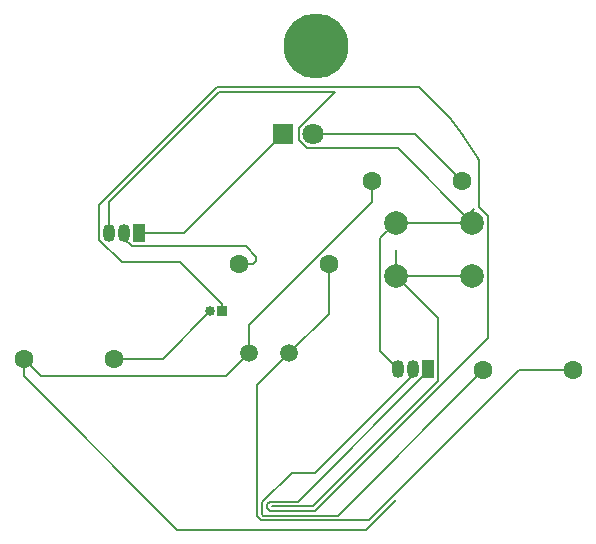
<source format=gbr>
%TF.GenerationSoftware,KiCad,Pcbnew,9.0.2*%
%TF.CreationDate,2025-06-02T01:08:01+08:00*%
%TF.ProjectId,niigo,6e696967-6f2e-46b6-9963-61645f706362,rev?*%
%TF.SameCoordinates,Original*%
%TF.FileFunction,Copper,L1,Top*%
%TF.FilePolarity,Positive*%
%FSLAX46Y46*%
G04 Gerber Fmt 4.6, Leading zero omitted, Abs format (unit mm)*
G04 Created by KiCad (PCBNEW 9.0.2) date 2025-06-02 01:08:01*
%MOMM*%
%LPD*%
G01*
G04 APERTURE LIST*
%TA.AperFunction,ComponentPad*%
%ADD10C,1.600000*%
%TD*%
%TA.AperFunction,ComponentPad*%
%ADD11R,1.050000X1.500000*%
%TD*%
%TA.AperFunction,ComponentPad*%
%ADD12O,1.050000X1.500000*%
%TD*%
%TA.AperFunction,ComponentPad*%
%ADD13C,2.000000*%
%TD*%
%TA.AperFunction,ComponentPad*%
%ADD14C,1.500000*%
%TD*%
%TA.AperFunction,ComponentPad*%
%ADD15R,0.850000X0.850000*%
%TD*%
%TA.AperFunction,ComponentPad*%
%ADD16C,0.850000*%
%TD*%
%TA.AperFunction,ComponentPad*%
%ADD17R,1.800000X1.800000*%
%TD*%
%TA.AperFunction,ComponentPad*%
%ADD18C,1.800000*%
%TD*%
%TA.AperFunction,ViaPad*%
%ADD19C,5.500000*%
%TD*%
%TA.AperFunction,Conductor*%
%ADD20C,0.200000*%
%TD*%
G04 APERTURE END LIST*
D10*
%TO.P,R1,2*%
%TO.N,Net-(Q2-B)*%
X244880000Y-70500000D03*
%TO.P,R1,1*%
%TO.N,Net-(R1-Pad1)*%
X252500000Y-70500000D03*
%TD*%
D11*
%TO.P,Q2,1,C*%
%TO.N,Net-(M1-+)*%
X240270000Y-70360000D03*
D12*
%TO.P,Q2,2,B*%
%TO.N,Net-(Q2-B)*%
X239000000Y-70360000D03*
%TO.P,Q2,3,E*%
%TO.N,Net-(Q1-E)*%
X237730000Y-70360000D03*
%TD*%
D10*
%TO.P,R4,2*%
%TO.N,Net-(BT1-+)*%
X206000000Y-69500000D03*
%TO.P,R4,1*%
%TO.N,Net-(M1--)*%
X213620000Y-69500000D03*
%TD*%
D13*
%TO.P,SW1,1,1*%
%TO.N,Net-(Q1-E)*%
X244000000Y-58000000D03*
X237500000Y-58000000D03*
%TO.P,SW1,2,2*%
%TO.N,Net-(BT1--)*%
X244000000Y-62500000D03*
X237500000Y-62500000D03*
%TD*%
D10*
%TO.P,R5,1*%
%TO.N,Net-(R1-Pad1)*%
X231810000Y-61500000D03*
%TO.P,R5,2*%
%TO.N,Net-(Q1-B)*%
X224190000Y-61500000D03*
%TD*%
%TO.P,R3,1*%
%TO.N,Net-(D1-A)*%
X243120000Y-54500000D03*
%TO.P,R3,2*%
%TO.N,Net-(BT1-+)*%
X235500000Y-54500000D03*
%TD*%
D14*
%TO.P,R2,1*%
%TO.N,Net-(BT1-+)*%
X225100000Y-69000000D03*
%TO.P,R2,2*%
%TO.N,Net-(R1-Pad1)*%
X228500000Y-69000000D03*
%TD*%
D11*
%TO.P,Q1,1,C*%
%TO.N,Net-(D1-K)*%
X215770000Y-58860000D03*
D12*
%TO.P,Q1,2,B*%
%TO.N,Net-(Q1-B)*%
X214500000Y-58860000D03*
%TO.P,Q1,3,E*%
%TO.N,Net-(Q1-E)*%
X213230000Y-58860000D03*
%TD*%
D15*
%TO.P,M1,1,+*%
%TO.N,Net-(M1-+)*%
X222800000Y-65500000D03*
D16*
%TO.P,M1,2,-*%
%TO.N,Net-(M1--)*%
X221800000Y-65500000D03*
%TD*%
D17*
%TO.P,D1,1,K*%
%TO.N,Net-(D1-K)*%
X227960000Y-50500000D03*
D18*
%TO.P,D1,2,A*%
%TO.N,Net-(D1-A)*%
X230500000Y-50500000D03*
%TD*%
D19*
%TO.N,*%
X230750000Y-43000000D03*
%TD*%
D20*
%TO.N,Net-(BT1--)*%
X244000000Y-62500000D02*
X237500000Y-62500000D01*
%TO.N,Net-(Q2-B)*%
X239000000Y-70860000D02*
X239000000Y-70360000D01*
X228682900Y-79182900D02*
X230677100Y-79182900D01*
X230677100Y-79182900D02*
X239000000Y-70860000D01*
%TO.N,Net-(Q1-E)*%
X232400529Y-46901000D02*
X222534234Y-46901000D01*
X237701000Y-51701000D02*
X230002529Y-51701000D01*
X244000000Y-58000000D02*
X237701000Y-51701000D01*
X230002529Y-51701000D02*
X229299000Y-50997471D01*
X229299000Y-50997471D02*
X229299000Y-50002529D01*
X229299000Y-50002529D02*
X232400529Y-46901000D01*
%TO.N,Net-(D1-A)*%
X243120000Y-54500000D02*
X239120000Y-50500000D01*
X239120000Y-50500000D02*
X230500000Y-50500000D01*
%TO.N,Net-(Q1-E)*%
X213230000Y-56205234D02*
X222534234Y-46901000D01*
X213230000Y-58860000D02*
X213230000Y-56205234D01*
X244137892Y-56862108D02*
X243000000Y-58000000D01*
X243000000Y-58000000D02*
X237500000Y-58000000D01*
%TO.N,Net-(M1-+)*%
X222800000Y-65500000D02*
X222800000Y-64875000D01*
X222800000Y-64875000D02*
X219257950Y-61332950D01*
X245301000Y-67773100D02*
X230673100Y-82401000D01*
X226833900Y-81599000D02*
X229256000Y-81599000D01*
X219257950Y-61332950D02*
X214309810Y-61332950D01*
X229256000Y-81599000D02*
X240270000Y-70585000D01*
X212404000Y-56464134D02*
X222368134Y-46500000D01*
X242088609Y-49088609D02*
X243084530Y-50496255D01*
X240270000Y-70585000D02*
X240270000Y-70360000D01*
X214309810Y-61332950D02*
X212404000Y-59427140D01*
X230673100Y-82401000D02*
X226833900Y-82401000D01*
X222368134Y-46500000D02*
X239500000Y-46500000D01*
X212404000Y-59427140D02*
X212404000Y-56464134D01*
X239500000Y-46500000D02*
X242088609Y-49088609D01*
X243084530Y-50496255D02*
X244538892Y-52679703D01*
X244538892Y-52679703D02*
X244538892Y-56699000D01*
X244538892Y-56699000D02*
X245301000Y-57461108D01*
X245301000Y-57461108D02*
X245301000Y-67773100D01*
X226833900Y-82401000D02*
X226599000Y-82166100D01*
X226599000Y-82166100D02*
X226599000Y-81833900D01*
X226599000Y-81833900D02*
X226833900Y-81599000D01*
%TO.N,Net-(Q1-E)*%
X244000000Y-58000000D02*
X237500000Y-58000000D01*
%TO.N,Net-(R1-Pad1)*%
X252500000Y-70500000D02*
X247932900Y-70500000D01*
X235229900Y-83203000D02*
X226135900Y-83203000D01*
X247932900Y-70500000D02*
X235229900Y-83203000D01*
X226135900Y-83203000D02*
X225797000Y-82864100D01*
X225797000Y-82864100D02*
X225797000Y-71703000D01*
X225797000Y-71703000D02*
X228500000Y-69000000D01*
%TO.N,Net-(Q2-B)*%
X244880000Y-70500000D02*
X232578000Y-82802000D01*
X232578000Y-82802000D02*
X226302000Y-82802000D01*
X226302000Y-82802000D02*
X226198000Y-82698000D01*
X226198000Y-82698000D02*
X226198000Y-81667800D01*
X226198000Y-81667800D02*
X228682900Y-79182900D01*
%TO.N,Net-(Q1-B)*%
X224190000Y-61500000D02*
X225402050Y-61500000D01*
X225402050Y-61500000D02*
X225692000Y-61210050D01*
X225692000Y-61210050D02*
X225692000Y-60877850D01*
X225692000Y-60877850D02*
X224812150Y-59998000D01*
X214500000Y-59360000D02*
X214500000Y-58860000D01*
X224812150Y-59998000D02*
X215138000Y-59998000D01*
X215138000Y-59998000D02*
X214500000Y-59360000D01*
%TO.N,Net-(BT1-+)*%
X235500000Y-54500000D02*
X235500000Y-56252950D01*
X235500000Y-56252950D02*
X225100000Y-66652950D01*
X225100000Y-66652950D02*
X225100000Y-69000000D01*
%TO.N,Net-(D1-K)*%
X215770000Y-58860000D02*
X219600000Y-58860000D01*
X219600000Y-58860000D02*
X227960000Y-50500000D01*
%TO.N,Net-(BT1-+)*%
X223098000Y-71002000D02*
X207502000Y-71002000D01*
X207502000Y-71002000D02*
X206000000Y-69500000D01*
%TO.N,Net-(BT1--)*%
X230507000Y-82000000D02*
X227000000Y-82000000D01*
X230507000Y-82000000D02*
X241096000Y-71411000D01*
X241096000Y-71411000D02*
X241096000Y-66096000D01*
X241096000Y-66096000D02*
X237500000Y-62500000D01*
%TO.N,Net-(Q1-E)*%
X237730000Y-70360000D02*
X236199000Y-68829000D01*
X236199000Y-68829000D02*
X236199000Y-59301000D01*
X236199000Y-59301000D02*
X237500000Y-58000000D01*
%TO.N,Net-(BT1--)*%
X237500000Y-60322950D02*
X237500000Y-62500000D01*
%TO.N,Net-(BT1-+)*%
X235000000Y-84000000D02*
X219000000Y-84000000D01*
X219000000Y-84000000D02*
X206000000Y-71000000D01*
X237500000Y-81500000D02*
X235000000Y-84000000D01*
X206000000Y-71000000D02*
X206000000Y-69500000D01*
%TO.N,Net-(R1-Pad1)*%
X231810000Y-61500000D02*
X231810000Y-65690000D01*
X231810000Y-65690000D02*
X228500000Y-69000000D01*
%TO.N,Net-(M1--)*%
X213620000Y-69500000D02*
X217800000Y-69500000D01*
X217800000Y-69500000D02*
X221800000Y-65500000D01*
%TO.N,Net-(BT1-+)*%
X225100000Y-69000000D02*
X223098000Y-71002000D01*
%TD*%
M02*

</source>
